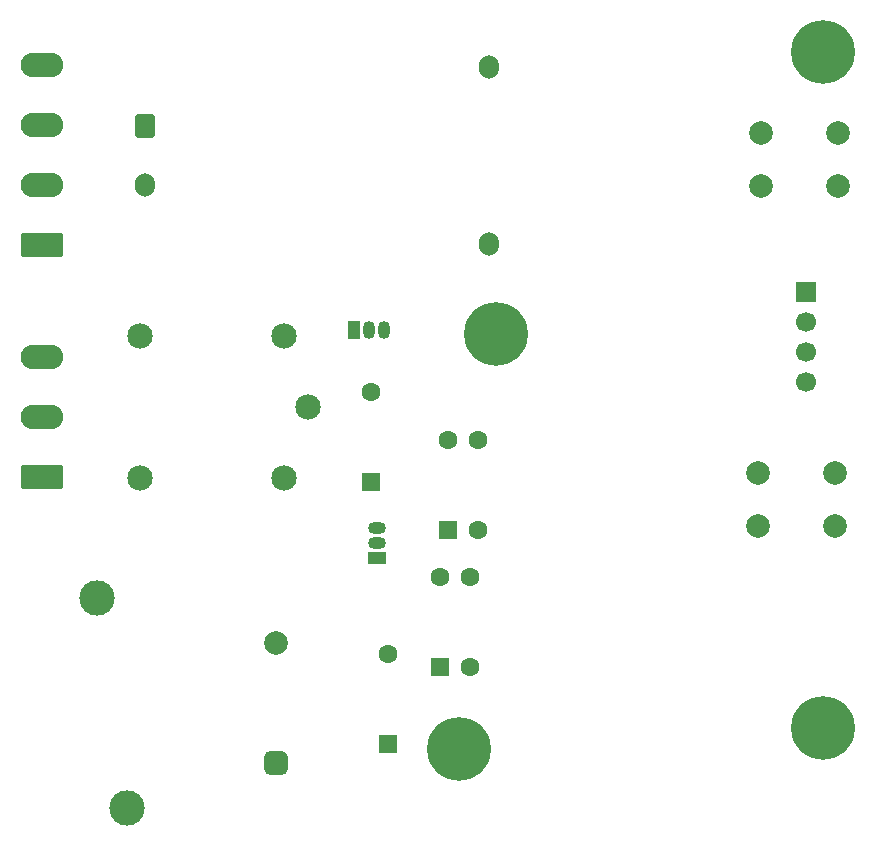
<source format=gbr>
%TF.GenerationSoftware,KiCad,Pcbnew,9.0.6*%
%TF.CreationDate,2025-12-27T10:25:56+05:30*%
%TF.ProjectId,30A_Home_Automation_with_ESP32,3330415f-486f-46d6-955f-4175746f6d61,rev?*%
%TF.SameCoordinates,Original*%
%TF.FileFunction,Soldermask,Bot*%
%TF.FilePolarity,Negative*%
%FSLAX46Y46*%
G04 Gerber Fmt 4.6, Leading zero omitted, Abs format (unit mm)*
G04 Created by KiCad (PCBNEW 9.0.6) date 2025-12-27 10:25:56*
%MOMM*%
%LPD*%
G01*
G04 APERTURE LIST*
G04 Aperture macros list*
%AMRoundRect*
0 Rectangle with rounded corners*
0 $1 Rounding radius*
0 $2 $3 $4 $5 $6 $7 $8 $9 X,Y pos of 4 corners*
0 Add a 4 corners polygon primitive as box body*
4,1,4,$2,$3,$4,$5,$6,$7,$8,$9,$2,$3,0*
0 Add four circle primitives for the rounded corners*
1,1,$1+$1,$2,$3*
1,1,$1+$1,$4,$5*
1,1,$1+$1,$6,$7*
1,1,$1+$1,$8,$9*
0 Add four rect primitives between the rounded corners*
20,1,$1+$1,$2,$3,$4,$5,0*
20,1,$1+$1,$4,$5,$6,$7,0*
20,1,$1+$1,$6,$7,$8,$9,0*
20,1,$1+$1,$8,$9,$2,$3,0*%
G04 Aperture macros list end*
%ADD10RoundRect,0.250000X-0.600000X-0.750000X0.600000X-0.750000X0.600000X0.750000X-0.600000X0.750000X0*%
%ADD11O,1.700000X2.000000*%
%ADD12RoundRect,0.250000X0.550000X-0.550000X0.550000X0.550000X-0.550000X0.550000X-0.550000X-0.550000X0*%
%ADD13C,1.600000*%
%ADD14RoundRect,0.249999X1.550001X-0.790001X1.550001X0.790001X-1.550001X0.790001X-1.550001X-0.790001X0*%
%ADD15O,3.600000X2.080000*%
%ADD16C,2.000000*%
%ADD17C,3.000000*%
%ADD18RoundRect,0.500000X-0.500000X-0.500000X0.500000X-0.500000X0.500000X0.500000X-0.500000X0.500000X0*%
%ADD19C,0.800000*%
%ADD20C,5.400000*%
%ADD21C,2.154000*%
%ADD22R,1.700000X1.700000*%
%ADD23C,1.700000*%
%ADD24R,1.500000X1.050000*%
%ADD25O,1.500000X1.050000*%
%ADD26R,1.050000X1.500000*%
%ADD27O,1.050000X1.500000*%
G04 APERTURE END LIST*
D10*
%TO.C,PS1*%
X124787500Y-59725000D03*
D11*
X124787500Y-64725000D03*
X153867500Y-54725000D03*
X153867500Y-69725000D03*
%TD*%
D12*
%TO.C,U3*%
X150375000Y-93930000D03*
D13*
X152915000Y-93930000D03*
X152915000Y-86310000D03*
X150375000Y-86310000D03*
%TD*%
D12*
%TO.C,D3*%
X143925000Y-89810000D03*
D13*
X143925000Y-82190000D03*
%TD*%
D14*
%TO.C,J3*%
X116075000Y-89400000D03*
D15*
X116075000Y-84320000D03*
X116075000Y-79240000D03*
%TD*%
D14*
%TO.C,J2*%
X116050000Y-69775000D03*
D15*
X116050000Y-64695000D03*
X116050000Y-59615000D03*
X116050000Y-54535000D03*
%TD*%
D16*
%TO.C,SW1*%
X176925000Y-60265000D03*
X183425000Y-60265000D03*
X176925000Y-64765000D03*
X183425000Y-64765000D03*
%TD*%
D17*
%TO.C,K1*%
X123215000Y-117450000D03*
X120675000Y-99650000D03*
D18*
X135875000Y-113650000D03*
D16*
X135875000Y-103450000D03*
%TD*%
D19*
%TO.C,H4*%
X180175000Y-110700000D03*
X180768109Y-109268109D03*
X180768109Y-112131891D03*
X182200000Y-108675000D03*
D20*
X182200000Y-110700000D03*
D19*
X182200000Y-112725000D03*
X183631891Y-109268109D03*
X183631891Y-112131891D03*
X184225000Y-110700000D03*
%TD*%
%TO.C,H2*%
X149356891Y-112481891D03*
X149950000Y-111050000D03*
X149950000Y-113913782D03*
X151381891Y-110456891D03*
D20*
X151381891Y-112481891D03*
D19*
X151381891Y-114506891D03*
X152813782Y-111050000D03*
X152813782Y-113913782D03*
X153406891Y-112481891D03*
%TD*%
D21*
%TO.C,K2*%
X136525000Y-89475000D03*
X136525000Y-77475000D03*
X138525000Y-83475000D03*
X124325000Y-89475000D03*
X124325000Y-77475000D03*
%TD*%
D19*
%TO.C,H1*%
X152450000Y-77275000D03*
X153043109Y-75843109D03*
X153043109Y-78706891D03*
X154475000Y-75250000D03*
D20*
X154475000Y-77275000D03*
D19*
X154475000Y-79300000D03*
X155906891Y-75843109D03*
X155906891Y-78706891D03*
X156500000Y-77275000D03*
%TD*%
%TO.C,H3*%
X180175000Y-53406891D03*
X180768109Y-51975000D03*
X180768109Y-54838782D03*
X182200000Y-51381891D03*
D20*
X182200000Y-53406891D03*
D19*
X182200000Y-55431891D03*
X183631891Y-51975000D03*
X183631891Y-54838782D03*
X184225000Y-53406891D03*
%TD*%
D12*
%TO.C,D2*%
X145325000Y-111995000D03*
D13*
X145325000Y-104375000D03*
%TD*%
D22*
%TO.C,J1*%
X180750000Y-73710000D03*
D23*
X180750000Y-76250000D03*
X180750000Y-78790000D03*
X180750000Y-81330000D03*
%TD*%
D24*
%TO.C,Q1*%
X144435000Y-96265000D03*
D25*
X144435000Y-94995000D03*
X144435000Y-93725000D03*
%TD*%
D12*
%TO.C,U2*%
X149775000Y-105530000D03*
D13*
X152315000Y-105530000D03*
X152315000Y-97910000D03*
X149775000Y-97910000D03*
%TD*%
D16*
%TO.C,SW2*%
X176650000Y-89040000D03*
X183150000Y-89040000D03*
X176650000Y-93540000D03*
X183150000Y-93540000D03*
%TD*%
D26*
%TO.C,Q2*%
X142480000Y-77010000D03*
D27*
X143750000Y-77010000D03*
X145020000Y-77010000D03*
%TD*%
M02*

</source>
